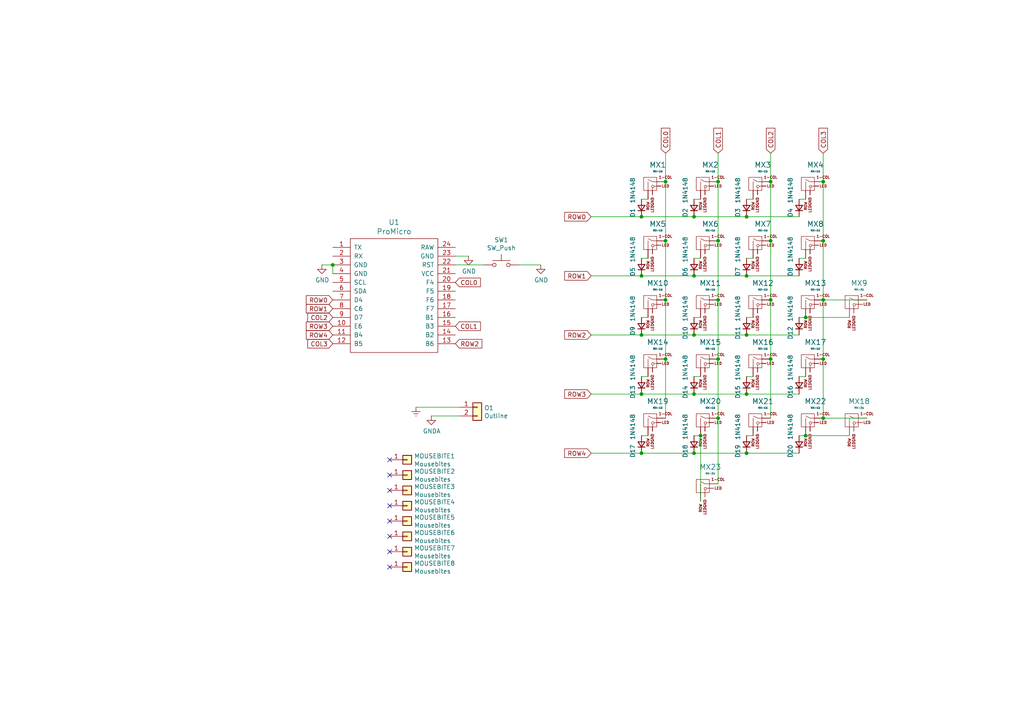
<source format=kicad_sch>
(kicad_sch (version 20230121) (generator eeschema)
  (paper "A4")
  (lib_symbols
    (symbol "Connector_Generic:Conn_01x01" (pin_names (offset 1.016) hide)
      (property "Reference" "J" (at 0 2.54 0))
      (property "Value" "Conn_01x01" (at 0 -2.54 0))
      (symbol "Conn_01x01_1_1"
        (rectangle (start -1.27 0.127) (end 0 -0.127) (stroke (width 0.1524)))
        (rectangle (start -1.27 1.27) (end 1.27 -1.27) (stroke (width 0.254)) (fill (type background)))
        (pin passive line (at -5.08 0 0) (length 3.81) (name "Pin_1") (number "1"))
      )
    )
    (symbol "Connector_Generic:Conn_01x02" (pin_names (offset 1.016) hide)
      (property "Reference" "J" (at 0 2.54 0))
      (property "Value" "Conn_01x02" (at 0 -5.08 0))
      (symbol "Conn_01x02_1_1"
        (rectangle (start -1.27 -2.413) (end 0 -2.667) (stroke (width 0.1524)))
        (rectangle (start -1.27 0.127) (end 0 -0.127) (stroke (width 0.1524)))
        (rectangle (start -1.27 1.27) (end 1.27 -3.81) (stroke (width 0.254)) (fill (type background)))
        (pin passive line (at -5.08 0 0) (length 3.81) (name "Pin_1") (number "1"))
        (pin passive line (at -5.08 -2.54 0) (length 3.81) (name "Pin_2") (number "2"))
      )
    )
    (symbol "Device:D_Small" (pin_numbers hide) (pin_names (offset 0.254) hide)
      (property "Reference" "D" (at -1.27 2.032 0))
      (property "Value" "D_Small" (at -3.81 -2.032 0))
      (symbol "D_Small_0_1"
        (polyline (pts (xy -0.762 -1.016) (xy -0.762 1.016)) (stroke (width 0.254)))
        (polyline (pts (xy -0.762 0) (xy 0.762 0)))
        (polyline (pts (xy 0.762 -1.016) (xy -0.762 0) (xy 0.762 1.016) (xy 0.762 -1.016)) (stroke (width 0.254)))
      )
      (symbol "D_Small_1_1"
        (pin passive line (at -2.54 0 0) (length 1.778) (name "K") (number "1"))
        (pin passive line (at 2.54 0 180) (length 1.778) (name "A") (number "2"))
      )
    )
    (symbol "Soyuz-rescue:MX-1U-MX_Alps_Hybrids" (pin_names (offset 1.016))
      (property "Reference" "MX" (at 0 3.175 0))
      (property "Value" "MX_Alps_Hybrids:MX-1U" (at 0 1.27 0))
      (symbol "MX-1U-MX_Alps_Hybrids_0_0"
        (polyline (pts (xy -0.635 -1.905) (xy -0.635 0.635)) (stroke (width 0.127)))
        (polyline (pts (xy 0.635 -1.905) (xy 0.635 -1.27)) (stroke (width 0.127)))
        (polyline (pts (xy 1.905 -0.635) (xy 1.27 -0.635)) (stroke (width 0.127)))
        (polyline (pts (xy 1.905 0.635) (xy 0.635 0.635) (xy -0.635 1.27)) (stroke (width 0.127)))
        (circle (center 0.762 -0.762) (radius 0.3556) (stroke (width 0.127)))
        (rectangle (start 1.905 -1.905) (end -1.905 1.905) (stroke (width 0.127)))
        (text "1-COL" (at 4.445 1.905 0) (effects (font (size 0.762 0.762))))
        (text "LED" (at 4.445 -0.635 0) (effects (font (size 0.762 0.762))))
        (text "ROW" (at -0.635 -5.08 900) (effects (font (size 0.762 0.762)) (justify right)))
      )
      (symbol "MX-1U-MX_Alps_Hybrids_1_0"
        (text "LEDGND" (at 0.635 -3.81 900) (effects (font (size 0.762 0.762)) (justify right)))
      )
      (symbol "MX-1U-MX_Alps_Hybrids_1_1"
        (pin passive line (at 4.445 0.635 180) (length 2.54) (name "COL") (number "1"))
        (pin passive line (at -0.635 -4.445 90) (length 2.54) (name "ROW") (number "2"))
        (pin passive line (at 3.175 -0.635 180) (length 1.27) (name "LED") (number "3"))
        (pin passive line (at 0.635 -3.175 90) (length 1.27) (name "LEDGND") (number "4"))
      )
    )
    (symbol "Soyuz-rescue:ProMicro-promicro" (pin_names (offset 1.016))
      (property "Reference" "U" (at 0 24.13 0))
      (property "Value" "promicro:ProMicro" (at 0 -13.97 0))
      (symbol "ProMicro-promicro_0_1"
        (rectangle (start -12.7 21.59) (end 12.7 -11.43))
      )
      (symbol "ProMicro-promicro_1_1"
        (pin bidirectional line (at -17.78 19.05 0) (length 5.08) (name "TX") (number "1"))
        (pin bidirectional line (at -17.78 -3.81 0) (length 5.08) (name "E6") (number "10"))
        (pin bidirectional line (at -17.78 -6.35 0) (length 5.08) (name "B4") (number "11"))
        (pin bidirectional line (at -17.78 -8.89 0) (length 5.08) (name "B5") (number "12"))
        (pin bidirectional line (at 17.78 -8.89 180) (length 5.08) (name "B6") (number "13"))
        (pin bidirectional line (at 17.78 -6.35 180) (length 5.08) (name "B2") (number "14"))
        (pin bidirectional line (at 17.78 -3.81 180) (length 5.08) (name "B3") (number "15"))
        (pin bidirectional line (at 17.78 -1.27 180) (length 5.08) (name "B1") (number "16"))
        (pin bidirectional line (at 17.78 1.27 180) (length 5.08) (name "F7") (number "17"))
        (pin bidirectional line (at 17.78 3.81 180) (length 5.08) (name "F6") (number "18"))
        (pin bidirectional line (at 17.78 6.35 180) (length 5.08) (name "F5") (number "19"))
        (pin bidirectional line (at -17.78 16.51 0) (length 5.08) (name "RX") (number "2"))
        (pin bidirectional line (at 17.78 8.89 180) (length 5.08) (name "F4") (number "20"))
        (pin power_in line (at 17.78 11.43 180) (length 5.08) (name "VCC") (number "21"))
        (pin input line (at 17.78 13.97 180) (length 5.08) (name "RST") (number "22"))
        (pin power_in line (at 17.78 16.51 180) (length 5.08) (name "GND") (number "23"))
        (pin power_out line (at 17.78 19.05 180) (length 5.08) (name "RAW") (number "24"))
        (pin power_in line (at -17.78 13.97 0) (length 5.08) (name "GND") (number "3"))
        (pin power_in line (at -17.78 11.43 0) (length 5.08) (name "GND") (number "4"))
        (pin bidirectional line (at -17.78 8.89 0) (length 5.08) (name "SCL") (number "5"))
        (pin bidirectional line (at -17.78 6.35 0) (length 5.08) (name "SDA") (number "6"))
        (pin bidirectional line (at -17.78 3.81 0) (length 5.08) (name "D4") (number "7"))
        (pin bidirectional line (at -17.78 1.27 0) (length 5.08) (name "C6") (number "8"))
        (pin bidirectional line (at -17.78 -1.27 0) (length 5.08) (name "D7") (number "9"))
      )
    )
    (symbol "Switch:SW_Push" (pin_numbers hide) (pin_names (offset 1.016) hide)
      (property "Reference" "SW" (at 1.27 2.54 0))
      (property "Value" "SW_Push" (at 0 -1.524 0))
      (symbol "SW_Push_0_1"
        (circle (center -2.032 0) (radius 0.508))
        (polyline (pts (xy 0 1.27) (xy 0 3.048)))
        (polyline (pts (xy 2.54 1.27) (xy -2.54 1.27)))
        (circle (center 2.032 0) (radius 0.508))
        (pin passive line (at -5.08 0 0) (length 2.54) (name "1") (number "1"))
        (pin passive line (at 5.08 0 180) (length 2.54) (name "2") (number "2"))
      )
    )
    (symbol "power:Earth" (power) (pin_names (offset 0))
      (symbol "Earth_0_1"
        (polyline (pts (xy -0.635 -1.905) (xy 0.635 -1.905)))
        (polyline (pts (xy -0.127 -2.54) (xy 0.127 -2.54)))
        (polyline (pts (xy 0 -1.27) (xy 0 0)))
        (polyline (pts (xy 1.27 -1.27) (xy -1.27 -1.27)))
      )
      (symbol "Earth_1_1"
        (pin power_in line (at 0 0 270) (length 0) hide (name "Earth") (number "1"))
      )
    )
    (symbol "power:GND" (power) (pin_names (offset 0))
      (property "Value" "GND" (at 0 -3.81 0))
      (symbol "GND_0_1"
        (polyline (pts (xy 0 0) (xy 0 -1.27) (xy 1.27 -1.27) (xy 0 -2.54) (xy -1.27 -1.27) (xy 0 -1.27)))
      )
      (symbol "GND_1_1"
        (pin power_in line (at 0 0 270) (length 0) hide (name "GND") (number "1"))
      )
    )
    (symbol "power:GNDA" (power) (pin_names (offset 0))
      (property "Value" "GNDA" (at 0 -3.81 0))
      (symbol "GNDA_0_1"
        (polyline (pts (xy 0 0) (xy 0 -1.27) (xy 1.27 -1.27) (xy 0 -2.54) (xy -1.27 -1.27) (xy 0 -1.27)))
      )
      (symbol "GNDA_1_1"
        (pin power_in line (at 0 0 270) (length 0) hide (name "GNDA") (number "1"))
      )
    )
  )
  (junction (at 201.295 97.155))
  (junction (at 238.76 86.995))
  (junction (at 186.055 80.01))
  (junction (at 193.04 86.995))
  (junction (at 223.52 86.995))
  (junction (at 96.52 76.835))
  (junction (at 193.04 52.705))
  (junction (at 201.295 114.3))
  (junction (at 216.535 131.445))
  (junction (at 208.28 52.705))
  (junction (at 186.055 114.3))
  (junction (at 201.295 62.865))
  (junction (at 233.68 92.075))
  (junction (at 203.2 126.365))
  (junction (at 223.52 69.85))
  (junction (at 238.76 69.85))
  (junction (at 193.04 69.85))
  (junction (at 208.28 104.14))
  (junction (at 208.28 121.285))
  (junction (at 216.535 80.01))
  (junction (at 186.055 97.155))
  (junction (at 216.535 62.865))
  (junction (at 238.76 52.705))
  (junction (at 208.28 86.995))
  (junction (at 201.295 80.01))
  (junction (at 193.04 104.14))
  (junction (at 216.535 114.3))
  (junction (at 238.76 104.14))
  (junction (at 208.28 69.85))
  (junction (at 216.535 97.155))
  (junction (at 223.52 104.14))
  (junction (at 186.055 62.865))
  (junction (at 223.52 52.705))
  (junction (at 233.68 126.365))
  (junction (at 201.295 131.445))
  (junction (at 238.76 121.285))
  (junction (at 186.055 131.445))
  (no_connect (at 113.03 133.35))
  (no_connect (at 113.03 146.685))
  (no_connect (at 113.03 137.795))
  (no_connect (at 113.03 151.13))
  (no_connect (at 113.03 142.24))
  (no_connect (at 113.03 164.465))
  (no_connect (at 113.03 160.02))
  (no_connect (at 113.03 155.575))
  (wire (pts (xy 216.535 131.445) (xy 201.295 131.445)))
  (wire (pts (xy 238.76 86.995) (xy 238.76 69.85)))
  (wire (pts (xy 216.535 109.22) (xy 218.44 109.22)))
  (wire (pts (xy 135.89 74.295) (xy 132.08 74.295)))
  (wire (pts (xy 186.055 114.3) (xy 171.45 114.3)))
  (wire (pts (xy 186.055 131.445) (xy 171.45 131.445)))
  (wire (pts (xy 208.28 121.285) (xy 208.28 104.14)))
  (wire (pts (xy 125.095 120.65) (xy 133.35 120.65)))
  (wire (pts (xy 186.055 109.22) (xy 187.96 109.22)))
  (wire (pts (xy 216.535 74.93) (xy 218.44 74.93)))
  (wire (pts (xy 186.055 62.865) (xy 171.45 62.865)))
  (wire (pts (xy 193.04 69.85) (xy 193.04 52.705)))
  (wire (pts (xy 201.295 109.22) (xy 203.2 109.22)))
  (wire (pts (xy 208.28 104.14) (xy 208.28 86.995)))
  (wire (pts (xy 171.45 80.01) (xy 186.055 80.01)))
  (wire (pts (xy 193.04 121.285) (xy 193.04 104.14)))
  (wire (pts (xy 238.76 121.285) (xy 238.76 104.14)))
  (wire (pts (xy 96.52 76.835) (xy 96.52 79.375)))
  (wire (pts (xy 201.295 74.93) (xy 203.2 74.93)))
  (wire (pts (xy 216.535 80.01) (xy 231.775 80.01)))
  (wire (pts (xy 216.535 62.865) (xy 201.295 62.865)))
  (wire (pts (xy 223.52 86.995) (xy 223.52 104.14)))
  (wire (pts (xy 246.38 92.075) (xy 233.68 92.075)))
  (wire (pts (xy 201.295 114.3) (xy 186.055 114.3)))
  (wire (pts (xy 216.535 126.365) (xy 218.44 126.365)))
  (wire (pts (xy 251.46 121.285) (xy 238.76 121.285)))
  (wire (pts (xy 238.76 52.705) (xy 238.76 44.45)))
  (wire (pts (xy 186.055 80.01) (xy 201.295 80.01)))
  (wire (pts (xy 223.52 52.705) (xy 223.52 69.85)))
  (wire (pts (xy 186.055 97.155) (xy 171.45 97.155)))
  (wire (pts (xy 231.775 114.3) (xy 216.535 114.3)))
  (wire (pts (xy 203.2 126.365) (xy 203.2 145.415)))
  (wire (pts (xy 208.28 140.335) (xy 208.28 121.285)))
  (wire (pts (xy 186.055 126.365) (xy 187.96 126.365)))
  (wire (pts (xy 231.775 57.785) (xy 233.68 57.785)))
  (wire (pts (xy 201.295 62.865) (xy 186.055 62.865)))
  (wire (pts (xy 223.52 104.14) (xy 223.52 121.285)))
  (wire (pts (xy 233.68 126.365) (xy 246.38 126.365)))
  (wire (pts (xy 186.055 92.075) (xy 187.96 92.075)))
  (wire (pts (xy 208.28 86.995) (xy 208.28 69.85)))
  (wire (pts (xy 238.76 69.85) (xy 238.76 52.705)))
  (wire (pts (xy 231.775 126.365) (xy 233.68 126.365)))
  (wire (pts (xy 223.52 69.85) (xy 223.52 86.995)))
  (wire (pts (xy 231.775 74.93) (xy 233.68 74.93)))
  (wire (pts (xy 216.535 57.785) (xy 218.44 57.785)))
  (wire (pts (xy 201.295 57.785) (xy 203.2 57.785)))
  (wire (pts (xy 201.295 126.365) (xy 203.2 126.365)))
  (wire (pts (xy 223.52 44.45) (xy 223.52 52.705)))
  (wire (pts (xy 201.295 80.01) (xy 216.535 80.01)))
  (wire (pts (xy 208.28 69.85) (xy 208.28 52.705)))
  (wire (pts (xy 193.04 52.705) (xy 193.04 44.45)))
  (wire (pts (xy 93.345 76.835) (xy 96.52 76.835)))
  (wire (pts (xy 133.35 118.11) (xy 120.65 118.11)))
  (wire (pts (xy 238.76 86.995) (xy 251.46 86.995)))
  (wire (pts (xy 140.335 76.835) (xy 132.08 76.835)))
  (wire (pts (xy 201.295 97.155) (xy 186.055 97.155)))
  (wire (pts (xy 216.535 114.3) (xy 201.295 114.3)))
  (wire (pts (xy 238.76 104.14) (xy 238.76 86.995)))
  (wire (pts (xy 193.04 104.14) (xy 193.04 86.995)))
  (wire (pts (xy 201.295 131.445) (xy 186.055 131.445)))
  (wire (pts (xy 231.775 131.445) (xy 216.535 131.445)))
  (wire (pts (xy 186.055 74.93) (xy 187.96 74.93)))
  (wire (pts (xy 231.775 92.075) (xy 233.68 92.075)))
  (wire (pts (xy 216.535 97.155) (xy 201.295 97.155)))
  (wire (pts (xy 208.28 52.705) (xy 208.28 44.45)))
  (wire (pts (xy 231.775 109.22) (xy 233.68 109.22)))
  (wire (pts (xy 216.535 92.075) (xy 218.44 92.075)))
  (wire (pts (xy 231.775 97.155) (xy 216.535 97.155)))
  (wire (pts (xy 193.04 86.995) (xy 193.04 69.85)))
  (wire (pts (xy 186.055 57.785) (xy 187.96 57.785)))
  (wire (pts (xy 231.775 62.865) (xy 216.535 62.865)))
  (wire (pts (xy 156.845 76.835) (xy 150.495 76.835)))
  (wire (pts (xy 201.295 92.075) (xy 203.2 92.075)))
  (global_label "COL3" (shape input) (at 96.52 99.695 180) (property "Intersheetrefs" "${INTERSHEET_REFS}" (effects hide)))
  (global_label "ROW0" (shape input) (at 96.52 86.995 180) (property "Intersheetrefs" "${INTERSHEET_REFS}" (effects hide)))
  (global_label "COL2" (shape input) (at 96.52 92.075 180) (property "Intersheetrefs" "${INTERSHEET_REFS}" (effects hide)))
  (global_label "COL2" (shape input) (at 223.52 44.45 90) (property "Intersheetrefs" "${INTERSHEET_REFS}" (effects hide)))
  (global_label "ROW2" (shape input) (at 132.08 99.695 0) (property "Intersheetrefs" "${INTERSHEET_REFS}" (effects hide)))
  (global_label "COL1" (shape input) (at 132.08 94.615 0) (property "Intersheetrefs" "${INTERSHEET_REFS}" (effects hide)))
  (global_label "ROW3" (shape input) (at 171.45 114.3 180) (property "Intersheetrefs" "${INTERSHEET_REFS}" (effects hide)))
  (global_label "ROW3" (shape input) (at 96.52 94.615 180) (property "Intersheetrefs" "${INTERSHEET_REFS}" (effects hide)))
  (global_label "COL3" (shape input) (at 238.76 44.45 90) (property "Intersheetrefs" "${INTERSHEET_REFS}" (effects hide)))
  (global_label "ROW1" (shape input) (at 171.45 80.01 180) (property "Intersheetrefs" "${INTERSHEET_REFS}" (effects hide)))
  (global_label "COL0" (shape input) (at 193.04 44.45 90) (property "Intersheetrefs" "${INTERSHEET_REFS}" (effects hide)))
  (global_label "COL0" (shape input) (at 132.08 81.915 0) (property "Intersheetrefs" "${INTERSHEET_REFS}" (effects hide)))
  (global_label "ROW1" (shape input) (at 96.52 89.535 180) (property "Intersheetrefs" "${INTERSHEET_REFS}" (effects hide)))
  (global_label "ROW4" (shape input) (at 171.45 131.445 180) (property "Intersheetrefs" "${INTERSHEET_REFS}" (effects hide)))
  (global_label "ROW0" (shape input) (at 171.45 62.865 180) (property "Intersheetrefs" "${INTERSHEET_REFS}" (effects hide)))
  (global_label "ROW4" (shape input) (at 96.52 97.155 180) (property "Intersheetrefs" "${INTERSHEET_REFS}" (effects hide)))
  (global_label "ROW2" (shape input) (at 171.45 97.155 180) (property "Intersheetrefs" "${INTERSHEET_REFS}" (effects hide)))
  (global_label "COL1" (shape input) (at 208.28 44.45 90) (property "Intersheetrefs" "${INTERSHEET_REFS}" (effects hide)))
  (symbol (lib_id "Soyuz-rescue:ProMicro-promicro") (at 114.3 90.805 0) (unit 1)
    (property "Reference" "U1" (at 114.3 64.4652 0) (effects (font (size 1.524 1.524))))
    (property "Value" "ProMicro" (at 114.3 67.1576 0) (effects (font (size 1.524 1.524))))
    (property "Footprint" "promicro:ProMicro-EnforcedTop" (effects hide))
  )
  (symbol (lib_id "Soyuz-rescue:MX-1U-MX_Alps_Hybrids") (at 188.595 53.34 0) (unit 1)
    (property "Reference" "MX1" (at 190.7794 47.8282 0) (effects (font (size 1.524 1.524))))
    (property "Value" "MX-1U" (at 190.7794 49.7078 0) (effects (font (size 0.508 0.508))))
    (property "Footprint" "MX_Alps_Hybrid:MX-1U-NoLED" (effects hide))
  )
  (symbol (lib_id "Device:D_Small") (at 186.055 60.325 90) (unit 1)
    (property "Reference" "D1" (at 183.515 60.325 0) (effects (justify right)))
    (property "Value" "1N4148" (at 183.515 51.435 0) (effects (justify right)))
    (property "Footprint" "Diodes_THT:D_DO-35_SOD27_P7.62mm_Horizontal" (effects hide))
  )
  (symbol (lib_id "Soyuz-rescue:MX-1U-MX_Alps_Hybrids") (at 203.835 53.34 0) (unit 1)
    (property "Reference" "MX2" (at 206.0194 47.8282 0) (effects (font (size 1.524 1.524))))
    (property "Value" "MX-1U" (at 206.0194 49.7078 0) (effects (font (size 0.508 0.508))))
    (property "Footprint" "MX_Alps_Hybrid:MX-1U-NoLED" (effects hide))
  )
  (symbol (lib_id "Device:D_Small") (at 201.295 60.325 90) (unit 1)
    (property "Reference" "D2" (at 198.755 60.325 0) (effects (justify right)))
    (property "Value" "1N4148" (at 198.755 51.435 0) (effects (justify right)))
    (property "Footprint" "Diodes_THT:D_DO-35_SOD27_P7.62mm_Horizontal" (effects hide))
  )
  (symbol (lib_id "Soyuz-rescue:MX-1U-MX_Alps_Hybrids") (at 219.075 53.34 0) (unit 1)
    (property "Reference" "MX3" (at 221.2594 47.8282 0) (effects (font (size 1.524 1.524))))
    (property "Value" "MX-1U" (at 221.2594 49.7078 0) (effects (font (size 0.508 0.508))))
    (property "Footprint" "MX_Alps_Hybrid:MX-1U-NoLED" (effects hide))
  )
  (symbol (lib_id "Device:D_Small") (at 216.535 60.325 90) (unit 1)
    (property "Reference" "D3" (at 213.995 60.325 0) (effects (justify right)))
    (property "Value" "1N4148" (at 213.995 51.435 0) (effects (justify right)))
    (property "Footprint" "Diodes_THT:D_DO-35_SOD27_P7.62mm_Horizontal" (effects hide))
  )
  (symbol (lib_id "Soyuz-rescue:MX-1U-MX_Alps_Hybrids") (at 234.315 53.34 0) (unit 1)
    (property "Reference" "MX4" (at 236.4994 47.8282 0) (effects (font (size 1.524 1.524))))
    (property "Value" "MX-1U" (at 236.4994 49.7078 0) (effects (font (size 0.508 0.508))))
    (property "Footprint" "MX_Alps_Hybrid:MX-1U-NoLED" (effects hide))
  )
  (symbol (lib_id "Device:D_Small") (at 231.775 60.325 90) (unit 1)
    (property "Reference" "D4" (at 229.235 60.325 0) (effects (justify right)))
    (property "Value" "1N4148" (at 229.235 51.435 0) (effects (justify right)))
    (property "Footprint" "Diodes_THT:D_DO-35_SOD27_P7.62mm_Horizontal" (effects hide))
  )
  (symbol (lib_id "Soyuz-rescue:MX-1U-MX_Alps_Hybrids") (at 188.595 70.485 0) (unit 1)
    (property "Reference" "MX5" (at 190.7794 64.9732 0) (effects (font (size 1.524 1.524))))
    (property "Value" "MX-1U" (at 190.7794 66.8528 0) (effects (font (size 0.508 0.508))))
    (property "Footprint" "MX_Alps_Hybrid:MX-1U-NoLED" (effects hide))
  )
  (symbol (lib_id "Device:D_Small") (at 186.055 77.47 90) (unit 1)
    (property "Reference" "D5" (at 183.515 77.47 0) (effects (justify right)))
    (property "Value" "1N4148" (at 183.515 68.58 0) (effects (justify right)))
    (property "Footprint" "Diodes_THT:D_DO-35_SOD27_P7.62mm_Horizontal" (effects hide))
  )
  (symbol (lib_id "Soyuz-rescue:MX-1U-MX_Alps_Hybrids") (at 203.835 70.485 0) (unit 1)
    (property "Reference" "MX6" (at 206.0194 64.9732 0) (effects (font (size 1.524 1.524))))
    (property "Value" "MX-1U" (at 206.0194 66.8528 0) (effects (font (size 0.508 0.508))))
    (property "Footprint" "MX_Alps_Hybrid:MX-1U-NoLED" (effects hide))
  )
  (symbol (lib_id "Device:D_Small") (at 201.295 77.47 90) (unit 1)
    (property "Reference" "D6" (at 198.755 77.47 0) (effects (justify right)))
    (property "Value" "1N4148" (at 198.755 68.58 0) (effects (justify right)))
    (property "Footprint" "Diodes_THT:D_DO-35_SOD27_P7.62mm_Horizontal" (effects hide))
  )
  (symbol (lib_id "Soyuz-rescue:MX-1U-MX_Alps_Hybrids") (at 219.075 70.485 0) (unit 1)
    (property "Reference" "MX7" (at 221.2594 64.9732 0) (effects (font (size 1.524 1.524))))
    (property "Value" "MX-1U" (at 221.2594 66.8528 0) (effects (font (size 0.508 0.508))))
    (property "Footprint" "MX_Alps_Hybrid:MX-1U-NoLED" (effects hide))
  )
  (symbol (lib_id "Device:D_Small") (at 216.535 77.47 90) (unit 1)
    (property "Reference" "D7" (at 213.995 77.47 0) (effects (justify right)))
    (property "Value" "1N4148" (at 213.995 68.58 0) (effects (justify right)))
    (property "Footprint" "Diodes_THT:D_DO-35_SOD27_P7.62mm_Horizontal" (effects hide))
  )
  (symbol (lib_id "Soyuz-rescue:MX-1U-MX_Alps_Hybrids") (at 234.315 70.485 0) (unit 1)
    (property "Reference" "MX8" (at 236.4994 64.9732 0) (effects (font (size 1.524 1.524))))
    (property "Value" "MX-1U" (at 236.4994 66.8528 0) (effects (font (size 0.508 0.508))))
    (property "Footprint" "MX_Alps_Hybrid:MX-1U-NoLED" (effects hide))
  )
  (symbol (lib_id "Device:D_Small") (at 231.775 77.47 90) (unit 1)
    (property "Reference" "D8" (at 229.235 77.47 0) (effects (justify right)))
    (property "Value" "1N4148" (at 229.235 68.58 0) (effects (justify right)))
    (property "Footprint" "Diodes_THT:D_DO-35_SOD27_P7.62mm_Horizontal" (effects hide))
  )
  (symbol (lib_id "Soyuz-rescue:MX-1U-MX_Alps_Hybrids") (at 188.595 87.63 0) (unit 1)
    (property "Reference" "MX10" (at 190.7794 82.1182 0) (effects (font (size 1.524 1.524))))
    (property "Value" "MX-1U" (at 190.7794 83.9978 0) (effects (font (size 0.508 0.508))))
    (property "Footprint" "MX_Alps_Hybrid:MX-1U-NoLED" (effects hide))
  )
  (symbol (lib_id "Device:D_Small") (at 186.055 94.615 90) (unit 1)
    (property "Reference" "D9" (at 183.515 94.615 0) (effects (justify right)))
    (property "Value" "1N4148" (at 183.515 85.725 0) (effects (justify right)))
    (property "Footprint" "Diodes_THT:D_DO-35_SOD27_P7.62mm_Horizontal" (effects hide))
  )
  (symbol (lib_id "Soyuz-rescue:MX-1U-MX_Alps_Hybrids") (at 203.835 87.63 0) (unit 1)
    (property "Reference" "MX11" (at 206.0194 82.1182 0) (effects (font (size 1.524 1.524))))
    (property "Value" "MX-1U" (at 206.0194 83.9978 0) (effects (font (size 0.508 0.508))))
    (property "Footprint" "MX_Alps_Hybrid:MX-1U-NoLED" (effects hide))
  )
  (symbol (lib_id "Device:D_Small") (at 201.295 94.615 90) (unit 1)
    (property "Reference" "D10" (at 198.755 94.615 0) (effects (justify right)))
    (property "Value" "1N4148" (at 198.755 85.725 0) (effects (justify right)))
    (property "Footprint" "Diodes_THT:D_DO-35_SOD27_P7.62mm_Horizontal" (effects hide))
  )
  (symbol (lib_id "Soyuz-rescue:MX-1U-MX_Alps_Hybrids") (at 219.075 87.63 0) (unit 1)
    (property "Reference" "MX12" (at 221.2594 82.1182 0) (effects (font (size 1.524 1.524))))
    (property "Value" "MX-1U" (at 221.2594 83.9978 0) (effects (font (size 0.508 0.508))))
    (property "Footprint" "MX_Alps_Hybrid:MX-1U-NoLED" (effects hide))
  )
  (symbol (lib_id "Device:D_Small") (at 216.535 94.615 90) (unit 1)
    (property "Reference" "D11" (at 213.995 94.615 0) (effects (justify right)))
    (property "Value" "1N4148" (at 213.995 85.725 0) (effects (justify right)))
    (property "Footprint" "Diodes_THT:D_DO-35_SOD27_P7.62mm_Horizontal" (effects hide))
  )
  (symbol (lib_id "Soyuz-rescue:MX-1U-MX_Alps_Hybrids") (at 234.315 87.63 0) (unit 1)
    (property "Reference" "MX13" (at 236.4994 82.1182 0) (effects (font (size 1.524 1.524))))
    (property "Value" "MX-1U" (at 236.4994 83.9978 0) (effects (font (size 0.508 0.508))))
    (property "Footprint" "MX_Alps_Hybrid:MX-1U-NoLED" (effects hide))
  )
  (symbol (lib_id "Device:D_Small") (at 231.775 94.615 90) (unit 1)
    (property "Reference" "D12" (at 229.235 94.615 0) (effects (justify right)))
    (property "Value" "1N4148" (at 229.235 85.725 0) (effects (justify right)))
    (property "Footprint" "Diodes_THT:D_DO-35_SOD27_P7.62mm_Horizontal" (effects hide))
  )
  (symbol (lib_id "Soyuz-rescue:MX-1U-MX_Alps_Hybrids") (at 188.595 104.775 0) (unit 1)
    (property "Reference" "MX14" (at 190.7794 99.2632 0) (effects (font (size 1.524 1.524))))
    (property "Value" "MX-1U" (at 190.7794 101.1428 0) (effects (font (size 0.508 0.508))))
    (property "Footprint" "MX_Alps_Hybrid:MX-1U-NoLED" (effects hide))
  )
  (symbol (lib_id "Device:D_Small") (at 186.055 111.76 90) (unit 1)
    (property "Reference" "D13" (at 183.515 111.76 0) (effects (justify right)))
    (property "Value" "1N4148" (at 183.515 102.87 0) (effects (justify right)))
    (property "Footprint" "Diodes_THT:D_DO-35_SOD27_P7.62mm_Horizontal" (effects hide))
  )
  (symbol (lib_id "Soyuz-rescue:MX-1U-MX_Alps_Hybrids") (at 203.835 104.775 0) (unit 1)
    (property "Reference" "MX15" (at 206.0194 99.2632 0) (effects (font (size 1.524 1.524))))
    (property "Value" "MX-1U" (at 206.0194 101.1428 0) (effects (font (size 0.508 0.508))))
    (property "Footprint" "MX_Alps_Hybrid:MX-1U-NoLED" (effects hide))
  )
  (symbol (lib_id "Device:D_Small") (at 201.295 111.76 90) (unit 1)
    (property "Reference" "D14" (at 198.755 111.76 0) (effects (justify right)))
    (property "Value" "1N4148" (at 198.755 102.87 0) (effects (justify right)))
    (property "Footprint" "Diodes_THT:D_DO-35_SOD27_P7.62mm_Horizontal" (effects hide))
  )
  (symbol (lib_id "Soyuz-rescue:MX-1U-MX_Alps_Hybrids") (at 219.075 104.775 0) (unit 1)
    (property "Reference" "MX16" (at 221.2594 99.2632 0) (effects (font (size 1.524 1.524))))
    (property "Value" "MX-1U" (at 221.2594 101.1428 0) (effects (font (size 0.508 0.508))))
    (property "Footprint" "MX_Alps_Hybrid:MX-1U-NoLED" (effects hide))
  )
  (symbol (lib_id "Device:D_Small") (at 216.535 111.76 90) (unit 1)
    (property "Reference" "D15" (at 213.995 111.76 0) (effects (justify right)))
    (property "Value" "1N4148" (at 213.995 102.87 0) (effects (justify right)))
    (property "Footprint" "Diodes_THT:D_DO-35_SOD27_P7.62mm_Horizontal" (effects hide))
  )
  (symbol (lib_id "Soyuz-rescue:MX-1U-MX_Alps_Hybrids") (at 234.315 104.775 0) (unit 1)
    (property "Reference" "MX17" (at 236.4994 99.2632 0) (effects (font (size 1.524 1.524))))
    (property "Value" "MX-1U" (at 236.4994 101.1428 0) (effects (font (size 0.508 0.508))))
    (property "Footprint" "MX_Alps_Hybrid:MX-1U-NoLED" (effects hide))
  )
  (symbol (lib_id "Device:D_Small") (at 231.775 111.76 90) (unit 1)
    (property "Reference" "D16" (at 229.235 111.76 0) (effects (justify right)))
    (property "Value" "1N4148" (at 229.235 102.87 0) (effects (justify right)))
    (property "Footprint" "Diodes_THT:D_DO-35_SOD27_P7.62mm_Horizontal" (effects hide))
  )
  (symbol (lib_id "Soyuz-rescue:MX-1U-MX_Alps_Hybrids") (at 188.595 121.92 0) (unit 1)
    (property "Reference" "MX19" (at 190.7794 116.4082 0) (effects (font (size 1.524 1.524))))
    (property "Value" "MX-1U" (at 190.7794 118.2878 0) (effects (font (size 0.508 0.508))))
    (property "Footprint" "MX_Alps_Hybrid:MX-1U-NoLED" (effects hide))
  )
  (symbol (lib_id "Device:D_Small") (at 186.055 128.905 90) (unit 1)
    (property "Reference" "D17" (at 183.515 128.905 0) (effects (justify right)))
    (property "Value" "1N4148" (at 183.515 120.015 0) (effects (justify right)))
    (property "Footprint" "Diodes_THT:D_DO-35_SOD27_P7.62mm_Horizontal" (effects hide))
  )
  (symbol (lib_id "Soyuz-rescue:MX-1U-MX_Alps_Hybrids") (at 203.835 121.92 0) (unit 1)
    (property "Reference" "MX20" (at 206.0194 116.4082 0) (effects (font (size 1.524 1.524))))
    (property "Value" "MX-1U" (at 206.0194 118.2878 0) (effects (font (size 0.508 0.508))))
    (property "Footprint" "MX_Alps_Hybrid:MX-1U-NoLED" (effects hide))
  )
  (symbol (lib_id "Device:D_Small") (at 201.295 128.905 90) (unit 1)
    (property "Reference" "D18" (at 198.755 128.905 0) (effects (justify right)))
    (property "Value" "1N4148" (at 198.755 120.015 0) (effects (justify right)))
    (property "Footprint" "Diodes_THT:D_DO-35_SOD27_P7.62mm_Horizontal" (effects hide))
  )
  (symbol (lib_id "Soyuz-rescue:MX-1U-MX_Alps_Hybrids") (at 219.075 121.92 0) (unit 1)
    (property "Reference" "MX21" (at 221.2594 116.4082 0) (effects (font (size 1.524 1.524))))
    (property "Value" "MX-1U" (at 221.2594 118.2878 0) (effects (font (size 0.508 0.508))))
    (property "Footprint" "MX_Alps_Hybrid:MX-1U-NoLED" (effects hide))
  )
  (symbol (lib_id "Device:D_Small") (at 216.535 128.905 90) (unit 1)
    (property "Reference" "D19" (at 213.995 128.905 0) (effects (justify right)))
    (property "Value" "1N4148" (at 213.995 120.015 0) (effects (justify right)))
    (property "Footprint" "Diodes_THT:D_DO-35_SOD27_P7.62mm_Horizontal" (effects hide))
  )
  (symbol (lib_id "Soyuz-rescue:MX-1U-MX_Alps_Hybrids") (at 234.315 121.92 0) (unit 1)
    (property "Reference" "MX22" (at 236.4994 116.4082 0) (effects (font (size 1.524 1.524))))
    (property "Value" "MX-1U" (at 236.4994 118.2878 0) (effects (font (size 0.508 0.508))))
    (property "Footprint" "MX_Alps_Hybrid:MX-1U-NoLED" (effects hide))
  )
  (symbol (lib_id "Device:D_Small") (at 231.775 128.905 90) (unit 1)
    (property "Reference" "D20" (at 229.235 128.905 0) (effects (justify right)))
    (property "Value" "1N4148" (at 229.235 120.015 0) (effects (justify right)))
    (property "Footprint" "Diodes_THT:D_DO-35_SOD27_P7.62mm_Horizontal" (effects hide))
  )
  (symbol (lib_id "Soyuz-rescue:MX-1U-MX_Alps_Hybrids") (at 247.015 87.63 0) (unit 1)
    (property "Reference" "MX9" (at 249.1994 82.1182 0) (effects (font (size 1.524 1.524))))
    (property "Value" "MX-2U" (at 249.1994 83.9978 0) (effects (font (size 0.508 0.508))))
    (property "Footprint" "MX_Alps_Hybrid:MX-2U-ReversedStabilizers-NoLED" (effects hide))
  )
  (symbol (lib_id "Soyuz-rescue:MX-1U-MX_Alps_Hybrids") (at 247.015 121.92 0) (unit 1)
    (property "Reference" "MX18" (at 249.1994 116.4082 0) (effects (font (size 1.524 1.524))))
    (property "Value" "MX-2U" (at 249.1994 118.2878 0) (effects (font (size 0.508 0.508))))
    (property "Footprint" "MX_Alps_Hybrid:MX-2U-ReversedStabilizers-NoLED" (effects hide))
  )
  (symbol (lib_id "Soyuz-rescue:MX-1U-MX_Alps_Hybrids") (at 203.835 140.97 0) (unit 1)
    (property "Reference" "MX23" (at 206.0194 135.4582 0) (effects (font (size 1.524 1.524))))
    (property "Value" "MX-2U" (at 206.0194 137.3378 0) (effects (font (size 0.508 0.508))))
    (property "Footprint" "MX_Alps_Hybrid:MX-2U-ReversedStabilizers-NoLED" (effects hide))
  )
  (symbol (lib_id "Switch:SW_Push") (at 145.415 76.835 0) (unit 1)
    (property "Reference" "SW1" (at 145.415 69.596 0))
    (property "Value" "SW_Push" (at 145.415 71.9074 0))
    (property "Footprint" "random-keyboard-parts:PushButton_6x6mm_TH_Pretty" (effects hide))
  )
  (symbol (lib_id "power:GND") (at 156.845 76.835 0) (unit 1)
    (property "Reference" "#PWR0101" (effects hide))
    (property "Value" "GND" (at 156.972 81.2292 0))
  )
  (symbol (lib_id "power:GND") (at 135.89 74.295 0) (unit 1)
    (property "Reference" "#PWR0102" (effects hide))
    (property "Value" "GND" (at 136.017 78.6892 0))
  )
  (symbol (lib_id "power:GND") (at 93.345 76.835 0) (unit 1)
    (property "Reference" "#PWR0103" (effects hide))
    (property "Value" "GND" (at 93.472 81.2292 0))
  )
  (symbol (lib_id "power:GNDA") (at 125.095 120.65 0) (unit 1)
    (property "Reference" "#PWR0104" (effects hide))
    (property "Value" "GNDA" (at 125.222 125.0442 0))
  )
  (symbol (lib_id "Connector_Generic:Conn_01x01") (at 118.11 133.35 0) (unit 1)
    (property "Reference" "MOUSEBITE1" (at 120.1166 132.2832 0) (effects (justify left)))
    (property "Value" "Mousebites" (at 120.1166 134.5946 0) (effects (justify left)))
    (property "Footprint" "random-keyboard-parts:breakaway-mousebites" (effects hide))
  )
  (symbol (lib_id "Connector_Generic:Conn_01x01") (at 118.11 137.795 0) (unit 1)
    (property "Reference" "MOUSEBITE2" (at 120.1166 136.7282 0) (effects (justify left)))
    (property "Value" "Mousebites" (at 120.1166 139.0396 0) (effects (justify left)))
    (property "Footprint" "random-keyboard-parts:breakaway-mousebites" (effects hide))
  )
  (symbol (lib_id "Connector_Generic:Conn_01x01") (at 118.11 142.24 0) (unit 1)
    (property "Reference" "MOUSEBITE3" (at 120.1166 141.1732 0) (effects (justify left)))
    (property "Value" "Mousebites" (at 120.1166 143.4846 0) (effects (justify left)))
    (property "Footprint" "random-keyboard-parts:breakaway-mousebites" (effects hide))
  )
  (symbol (lib_id "Connector_Generic:Conn_01x01") (at 118.11 146.685 0) (unit 1)
    (property "Reference" "MOUSEBITE4" (at 120.1166 145.6182 0) (effects (justify left)))
    (property "Value" "Mousebites" (at 120.1166 147.9296 0) (effects (justify left)))
    (property "Footprint" "random-keyboard-parts:breakaway-mousebites" (effects hide))
  )
  (symbol (lib_id "Connector_Generic:Conn_01x01") (at 118.11 151.13 0) (unit 1)
    (property "Reference" "MOUSEBITE5" (at 120.1166 150.0632 0) (effects (justify left)))
    (property "Value" "Mousebites" (at 120.1166 152.3746 0) (effects (justify left)))
    (property "Footprint" "random-keyboard-parts:breakaway-mousebites" (effects hide))
  )
  (symbol (lib_id "Connector_Generic:Conn_01x01") (at 118.11 155.575 0) (unit 1)
    (property "Reference" "MOUSEBITE6" (at 120.1166 154.5082 0) (effects (justify left)))
    (property "Value" "Mousebites" (at 120.1166 156.8196 0) (effects (justify left)))
    (property "Footprint" "random-keyboard-parts:breakaway-mousebites" (effects hide))
  )
  (symbol (lib_id "Connector_Generic:Conn_01x01") (at 118.11 160.02 0) (unit 1)
    (property "Reference" "MOUSEBITE7" (at 120.1166 158.9532 0) (effects (justify left)))
    (property "Value" "Mousebites" (at 120.1166 161.2646 0) (effects (justify left)))
    (property "Footprint" "random-keyboard-parts:breakaway-mousebites" (effects hide))
  )
  (symbol (lib_id "Connector_Generic:Conn_01x01") (at 118.11 164.465 0) (unit 1)
    (property "Reference" "MOUSEBITE8" (at 120.1166 163.3982 0) (effects (justify left)))
    (property "Value" "Mousebites" (at 120.1166 165.7096 0) (effects (justify left)))
    (property "Footprint" "random-keyboard-parts:breakaway-mousebites" (effects hide))
  )
  (symbol (lib_id "Connector_Generic:Conn_01x02") (at 138.43 118.11 0) (unit 1)
    (property "Reference" "O1" (at 140.4366 118.3132 0) (effects (justify left)))
    (property "Value" "Outline" (at 140.4366 120.6246 0) (effects (justify left)))
    (property "Footprint" "locallib:outline" (effects hide))
  )
  (symbol (lib_id "power:Earth") (at 120.65 118.11 0) (unit 1)
    (property "Reference" "#PWR?" (effects hide))
    (property "Value" "Earth" (effects hide))
  )
)
</source>
